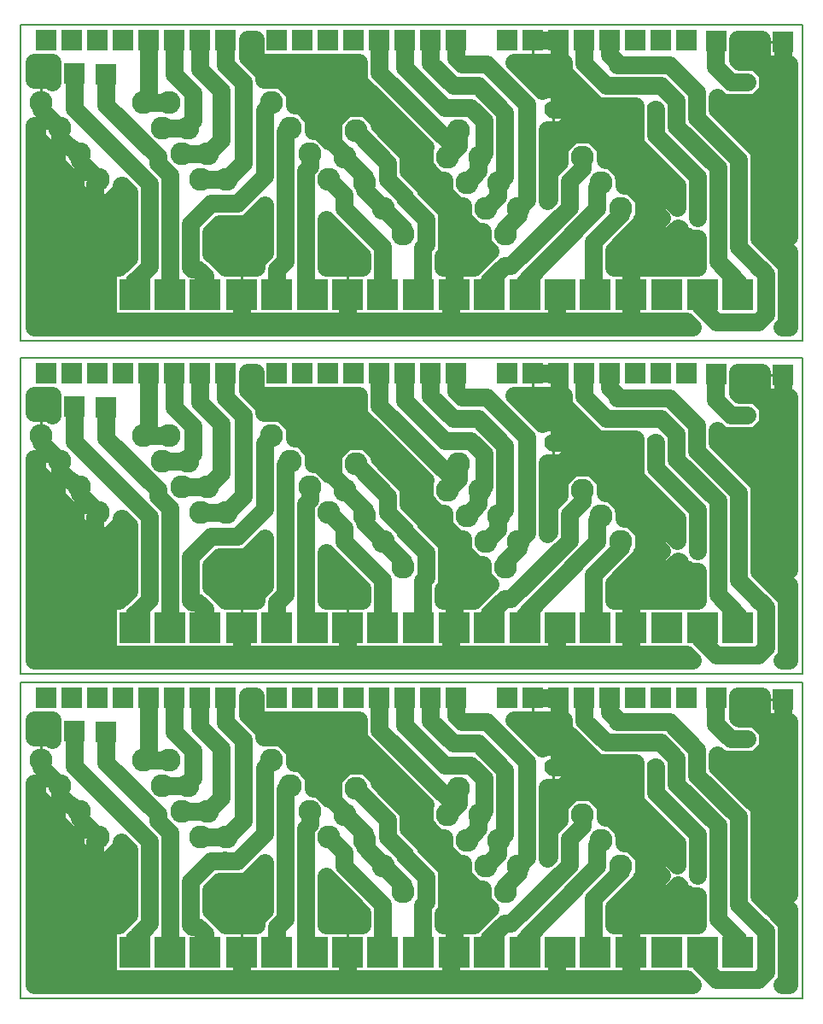
<source format=gbr>
G04 PROTEUS RS274X GERBER FILE*
%FSLAX26Y26*%
%MOIN*%
G01*
%ADD10C,0.070000*%
%ADD11C,0.030000*%
%ADD12C,0.010000*%
%ADD13R,0.080000X0.080000*%
%ADD14C,0.090000*%
%ADD15R,0.120000X0.120000*%
%ADD16R,0.050394X0.050394*%
%ADD17C,0.010000*%
%ADD18C,0.050394*%
%ADD19C,0.070000*%
%ADD70C,0.008000*%
%TD.AperFunction*%
G36*
X+50063Y+1015000D02*
X+112279Y+1015000D01*
X+120000Y+1007278D01*
X+120000Y+1083741D01*
X+50063Y+1083741D01*
X+50063Y+1015000D01*
G37*
G36*
X+2027169Y+977169D02*
X+2033100Y+971237D01*
X+2041863Y+980000D01*
X+2108137Y+980000D01*
X+2155000Y+933137D01*
X+2155000Y+866863D01*
X+2108137Y+820000D01*
X+2050600Y+820000D01*
X+2050600Y+543624D01*
X+2057556Y+550581D01*
X+2057556Y+653230D01*
X+2097500Y+693174D01*
X+2097500Y+749779D01*
X+2150221Y+802500D01*
X+2224779Y+802500D01*
X+2277500Y+749779D01*
X+2277500Y+702500D01*
X+2299779Y+702500D01*
X+2352500Y+649779D01*
X+2352500Y+602500D01*
X+2374779Y+602500D01*
X+2427500Y+549779D01*
X+2427500Y+475221D01*
X+2417499Y+465220D01*
X+2417499Y+457992D01*
X+2310685Y+351178D01*
X+2310685Y+282165D01*
X+2335453Y+282165D01*
X+2335453Y+312604D01*
X+2360349Y+337500D01*
X+2395557Y+337500D01*
X+2420453Y+312604D01*
X+2420453Y+282165D01*
X+2595494Y+282165D01*
X+2597419Y+284089D01*
X+2637806Y+284089D01*
X+2637806Y+395000D01*
X+2604658Y+395000D01*
X+2594855Y+404804D01*
X+2567599Y+404804D01*
X+2567599Y+432060D01*
X+2561966Y+437693D01*
X+2529076Y+404804D01*
X+2470924Y+404804D01*
X+2429804Y+445924D01*
X+2429804Y+504076D01*
X+2470924Y+545196D01*
X+2529076Y+545196D01*
X+2557796Y+516477D01*
X+2557796Y+603383D01*
X+2395000Y+766179D01*
X+2395000Y+914229D01*
X+2247635Y+914229D01*
X+2116851Y+1045013D01*
X+2116851Y+1083741D01*
X+1920596Y+1083741D01*
X+2027169Y+977169D01*
G37*
G36*
X+881850Y+1101365D02*
X+945000Y+1038215D01*
X+945000Y+1015000D01*
X+1012279Y+1015000D01*
X+1065000Y+962279D01*
X+1065000Y+915000D01*
X+1087279Y+915000D01*
X+1100528Y+901751D01*
X+1112129Y+898745D01*
X+1118884Y+883394D01*
X+1140000Y+862279D01*
X+1140000Y+815000D01*
X+1162279Y+815000D01*
X+1200000Y+777279D01*
X+1215000Y+792279D01*
X+1215000Y+852279D01*
X+1267721Y+905000D01*
X+1342279Y+905000D01*
X+1395000Y+852279D01*
X+1395000Y+838137D01*
X+1509167Y+723970D01*
X+1509167Y+658136D01*
X+1574158Y+593145D01*
X+1574158Y+585720D01*
X+1658486Y+501393D01*
X+1658486Y+339091D01*
X+1644454Y+325059D01*
X+1644454Y+282165D01*
X+1764028Y+282165D01*
X+1827292Y+345429D01*
X+1797500Y+375221D01*
X+1797500Y+422500D01*
X+1775221Y+422500D01*
X+1722500Y+475221D01*
X+1722500Y+522500D01*
X+1700221Y+522500D01*
X+1647500Y+575221D01*
X+1647500Y+622500D01*
X+1625221Y+622500D01*
X+1572500Y+675221D01*
X+1572500Y+749779D01*
X+1575265Y+752544D01*
X+1316851Y+1010958D01*
X+1316851Y+1083741D01*
X+911851Y+1083741D01*
X+911851Y+1174307D01*
X+881850Y+1174307D01*
X+881850Y+1101365D01*
G37*
G36*
X+50063Y+49000D02*
X+2618420Y+49000D01*
X+2595254Y+72166D01*
X+335945Y+72166D01*
X+335945Y+282165D01*
X+379973Y+282165D01*
X+418752Y+320944D01*
X+418752Y+575633D01*
X+398771Y+595614D01*
X+406724Y+587665D01*
X+391266Y+603128D01*
X+390000Y+604400D01*
X+390000Y+587721D01*
X+337279Y+535000D01*
X+262721Y+535000D01*
X+210000Y+587721D01*
X+210000Y+635000D01*
X+187721Y+635000D01*
X+135000Y+687721D01*
X+135000Y+735000D01*
X+112721Y+735000D01*
X+60000Y+787721D01*
X+60000Y+835000D01*
X+50063Y+835000D01*
X+50063Y+49000D01*
G37*
G36*
X+2796614Y+1092491D02*
X+2801605Y+1087500D01*
X+2865637Y+1087500D01*
X+2912500Y+1040637D01*
X+2912500Y+974363D01*
X+2865637Y+927500D01*
X+2735332Y+927500D01*
X+2715959Y+946873D01*
X+2715959Y+899340D01*
X+2877806Y+737493D01*
X+2877806Y+396226D01*
X+2918441Y+355590D01*
X+2920566Y+355590D01*
X+2938693Y+337464D01*
X+2985555Y+290601D01*
X+2985555Y+64780D01*
X+2969774Y+49000D01*
X+2996000Y+49000D01*
X+2996000Y+342780D01*
X+2983406Y+330185D01*
X+2948198Y+330185D01*
X+2923302Y+355081D01*
X+2923302Y+390289D01*
X+2948198Y+415185D01*
X+2983406Y+415185D01*
X+2996000Y+402591D01*
X+2996000Y+1076418D01*
X+2887441Y+1076418D01*
X+2887441Y+1174307D01*
X+2796614Y+1174307D01*
X+2796614Y+1092491D01*
G37*
G36*
X+897428Y+477440D02*
X+873996Y+454008D01*
X+773116Y+454008D01*
X+738749Y+419641D01*
X+738749Y+337739D01*
X+748014Y+328474D01*
X+794323Y+282165D01*
X+916063Y+282165D01*
X+916063Y+308137D01*
X+947163Y+339237D01*
X+947163Y+527175D01*
X+897428Y+477440D01*
G37*
G36*
X+1187161Y+282165D02*
X+1329449Y+282165D01*
X+1329449Y+328711D01*
X+1187161Y+470998D01*
X+1187161Y+282165D01*
G37*
G36*
X+50063Y+2281259D02*
X+112279Y+2281259D01*
X+120000Y+2273538D01*
X+120000Y+2350000D01*
X+50063Y+2350000D01*
X+50063Y+2281259D01*
G37*
G36*
X+2027169Y+2243428D02*
X+2033100Y+2237496D01*
X+2041863Y+2246259D01*
X+2108137Y+2246259D01*
X+2155000Y+2199396D01*
X+2155000Y+2133122D01*
X+2108137Y+2086260D01*
X+2050600Y+2086260D01*
X+2050600Y+1809884D01*
X+2057556Y+1816840D01*
X+2057556Y+1919489D01*
X+2097500Y+1959433D01*
X+2097500Y+2016039D01*
X+2150221Y+2068759D01*
X+2224779Y+2068759D01*
X+2277500Y+2016039D01*
X+2277500Y+1968759D01*
X+2299779Y+1968759D01*
X+2352500Y+1916039D01*
X+2352500Y+1868759D01*
X+2374779Y+1868759D01*
X+2427500Y+1816039D01*
X+2427500Y+1741480D01*
X+2417499Y+1731480D01*
X+2417499Y+1724252D01*
X+2310685Y+1617437D01*
X+2310685Y+1548424D01*
X+2335453Y+1548424D01*
X+2335453Y+1578863D01*
X+2360349Y+1603759D01*
X+2395557Y+1603759D01*
X+2420453Y+1578863D01*
X+2420453Y+1548424D01*
X+2595494Y+1548424D01*
X+2597419Y+1550349D01*
X+2637806Y+1550349D01*
X+2637806Y+1661260D01*
X+2604658Y+1661260D01*
X+2594855Y+1671063D01*
X+2567599Y+1671063D01*
X+2567599Y+1698319D01*
X+2561966Y+1703952D01*
X+2529076Y+1671063D01*
X+2470924Y+1671063D01*
X+2429804Y+1712183D01*
X+2429804Y+1770336D01*
X+2470924Y+1811456D01*
X+2529076Y+1811456D01*
X+2557796Y+1782737D01*
X+2557796Y+1869643D01*
X+2395000Y+2032438D01*
X+2395000Y+2180488D01*
X+2247635Y+2180488D01*
X+2116851Y+2311272D01*
X+2116851Y+2350000D01*
X+1920596Y+2350000D01*
X+2027169Y+2243428D01*
G37*
G36*
X+881850Y+2367624D02*
X+945000Y+2304475D01*
X+945000Y+2281259D01*
X+1012279Y+2281259D01*
X+1065000Y+2228539D01*
X+1065000Y+2181259D01*
X+1087279Y+2181259D01*
X+1100528Y+2168010D01*
X+1112129Y+2165004D01*
X+1118884Y+2149654D01*
X+1140000Y+2128539D01*
X+1140000Y+2081259D01*
X+1162279Y+2081259D01*
X+1200000Y+2043538D01*
X+1215000Y+2058539D01*
X+1215000Y+2118539D01*
X+1267721Y+2171259D01*
X+1342279Y+2171259D01*
X+1395000Y+2118539D01*
X+1395000Y+2104396D01*
X+1509167Y+1990230D01*
X+1509167Y+1924396D01*
X+1574158Y+1859404D01*
X+1574158Y+1851980D01*
X+1658486Y+1767652D01*
X+1658486Y+1605350D01*
X+1644454Y+1591318D01*
X+1644454Y+1548424D01*
X+1764028Y+1548424D01*
X+1827292Y+1611688D01*
X+1797500Y+1641480D01*
X+1797500Y+1688760D01*
X+1775221Y+1688760D01*
X+1722500Y+1741480D01*
X+1722500Y+1788760D01*
X+1700221Y+1788760D01*
X+1647500Y+1841480D01*
X+1647500Y+1888760D01*
X+1625221Y+1888760D01*
X+1572500Y+1941480D01*
X+1572500Y+2016039D01*
X+1575265Y+2018803D01*
X+1316851Y+2277217D01*
X+1316851Y+2350000D01*
X+911851Y+2350000D01*
X+911851Y+2440567D01*
X+881850Y+2440567D01*
X+881850Y+2367624D01*
G37*
G36*
X+50063Y+1315259D02*
X+2618420Y+1315259D01*
X+2595254Y+1338425D01*
X+335945Y+1338425D01*
X+335945Y+1548424D01*
X+379973Y+1548424D01*
X+418752Y+1587203D01*
X+418752Y+1841893D01*
X+398771Y+1861874D01*
X+406725Y+1853924D01*
X+391266Y+1869387D01*
X+390000Y+1870660D01*
X+390000Y+1853980D01*
X+337279Y+1801260D01*
X+262721Y+1801260D01*
X+210000Y+1853980D01*
X+210000Y+1901260D01*
X+187721Y+1901260D01*
X+135000Y+1953980D01*
X+135000Y+2001260D01*
X+112721Y+2001260D01*
X+60000Y+2053980D01*
X+60000Y+2101260D01*
X+50063Y+2101260D01*
X+50063Y+1315259D01*
G37*
G36*
X+2796614Y+2358750D02*
X+2801605Y+2353759D01*
X+2865637Y+2353759D01*
X+2912500Y+2306896D01*
X+2912500Y+2240622D01*
X+2865637Y+2193760D01*
X+2735332Y+2193760D01*
X+2715959Y+2213133D01*
X+2715959Y+2165599D01*
X+2877806Y+2003753D01*
X+2877806Y+1662485D01*
X+2918441Y+1621850D01*
X+2920566Y+1621850D01*
X+2938693Y+1603723D01*
X+2985555Y+1556861D01*
X+2985555Y+1331040D01*
X+2969774Y+1315259D01*
X+2996000Y+1315259D01*
X+2996000Y+1609039D01*
X+2983406Y+1596445D01*
X+2948198Y+1596445D01*
X+2923302Y+1621341D01*
X+2923302Y+1656549D01*
X+2948198Y+1681445D01*
X+2983406Y+1681445D01*
X+2996000Y+1668851D01*
X+2996000Y+2342677D01*
X+2887441Y+2342677D01*
X+2887441Y+2440567D01*
X+2796614Y+2440567D01*
X+2796614Y+2358750D01*
G37*
G36*
X+897428Y+1743699D02*
X+873996Y+1720268D01*
X+773116Y+1720268D01*
X+738749Y+1685901D01*
X+738749Y+1603998D01*
X+748014Y+1594734D01*
X+794323Y+1548424D01*
X+916063Y+1548424D01*
X+916063Y+1574396D01*
X+947163Y+1605496D01*
X+947163Y+1793435D01*
X+897428Y+1743699D01*
G37*
G36*
X+1187161Y+1548424D02*
X+1329449Y+1548424D01*
X+1329449Y+1594970D01*
X+1187161Y+1737258D01*
X+1187161Y+1548424D01*
G37*
G36*
X+50063Y+3581259D02*
X+112279Y+3581259D01*
X+120000Y+3573538D01*
X+120000Y+3650000D01*
X+50063Y+3650000D01*
X+50063Y+3581259D01*
G37*
G36*
X+2027169Y+3543428D02*
X+2033100Y+3537496D01*
X+2041863Y+3546259D01*
X+2108137Y+3546259D01*
X+2155000Y+3499396D01*
X+2155000Y+3433122D01*
X+2108137Y+3386260D01*
X+2050600Y+3386260D01*
X+2050600Y+3109884D01*
X+2057556Y+3116840D01*
X+2057556Y+3219489D01*
X+2097500Y+3259433D01*
X+2097500Y+3316039D01*
X+2150221Y+3368759D01*
X+2224779Y+3368759D01*
X+2277500Y+3316039D01*
X+2277500Y+3268759D01*
X+2299779Y+3268759D01*
X+2352500Y+3216039D01*
X+2352500Y+3168759D01*
X+2374779Y+3168759D01*
X+2427500Y+3116039D01*
X+2427500Y+3041480D01*
X+2417499Y+3031480D01*
X+2417499Y+3024252D01*
X+2310685Y+2917437D01*
X+2310685Y+2848424D01*
X+2335453Y+2848424D01*
X+2335453Y+2878863D01*
X+2360349Y+2903759D01*
X+2395557Y+2903759D01*
X+2420453Y+2878863D01*
X+2420453Y+2848424D01*
X+2595494Y+2848424D01*
X+2597419Y+2850349D01*
X+2637806Y+2850349D01*
X+2637806Y+2961260D01*
X+2604658Y+2961260D01*
X+2594855Y+2971063D01*
X+2567599Y+2971063D01*
X+2567599Y+2998319D01*
X+2561966Y+3003952D01*
X+2529076Y+2971063D01*
X+2470924Y+2971063D01*
X+2429804Y+3012183D01*
X+2429804Y+3070336D01*
X+2470924Y+3111456D01*
X+2529076Y+3111456D01*
X+2557796Y+3082737D01*
X+2557796Y+3169643D01*
X+2395000Y+3332438D01*
X+2395000Y+3480488D01*
X+2247635Y+3480488D01*
X+2116851Y+3611272D01*
X+2116851Y+3650000D01*
X+1920596Y+3650000D01*
X+2027169Y+3543428D01*
G37*
G36*
X+881850Y+3667624D02*
X+945000Y+3604475D01*
X+945000Y+3581259D01*
X+1012279Y+3581259D01*
X+1065000Y+3528539D01*
X+1065000Y+3481259D01*
X+1087279Y+3481259D01*
X+1100528Y+3468010D01*
X+1112129Y+3465004D01*
X+1118884Y+3449654D01*
X+1140000Y+3428539D01*
X+1140000Y+3381259D01*
X+1162279Y+3381259D01*
X+1200000Y+3343538D01*
X+1215000Y+3358539D01*
X+1215000Y+3418539D01*
X+1267721Y+3471259D01*
X+1342279Y+3471259D01*
X+1395000Y+3418539D01*
X+1395000Y+3404396D01*
X+1509167Y+3290230D01*
X+1509167Y+3224396D01*
X+1574158Y+3159404D01*
X+1574158Y+3151980D01*
X+1658486Y+3067652D01*
X+1658486Y+2905350D01*
X+1644454Y+2891318D01*
X+1644454Y+2848424D01*
X+1764028Y+2848424D01*
X+1827292Y+2911688D01*
X+1797500Y+2941480D01*
X+1797500Y+2988760D01*
X+1775221Y+2988760D01*
X+1722500Y+3041480D01*
X+1722500Y+3088760D01*
X+1700221Y+3088760D01*
X+1647500Y+3141480D01*
X+1647500Y+3188760D01*
X+1625221Y+3188760D01*
X+1572500Y+3241480D01*
X+1572500Y+3316039D01*
X+1575265Y+3318803D01*
X+1316851Y+3577217D01*
X+1316851Y+3650000D01*
X+911851Y+3650000D01*
X+911851Y+3740567D01*
X+881850Y+3740567D01*
X+881850Y+3667624D01*
G37*
G36*
X+50063Y+2615259D02*
X+2618420Y+2615259D01*
X+2595254Y+2638425D01*
X+335945Y+2638425D01*
X+335945Y+2848424D01*
X+379973Y+2848424D01*
X+418752Y+2887203D01*
X+418752Y+3141893D01*
X+398771Y+3161874D01*
X+406725Y+3153924D01*
X+391266Y+3169387D01*
X+390000Y+3170660D01*
X+390000Y+3153980D01*
X+337279Y+3101260D01*
X+262721Y+3101260D01*
X+210000Y+3153980D01*
X+210000Y+3201260D01*
X+187721Y+3201260D01*
X+135000Y+3253980D01*
X+135000Y+3301260D01*
X+112721Y+3301260D01*
X+60000Y+3353980D01*
X+60000Y+3401260D01*
X+50063Y+3401260D01*
X+50063Y+2615259D01*
G37*
G36*
X+2796614Y+3658750D02*
X+2801605Y+3653759D01*
X+2865637Y+3653759D01*
X+2912500Y+3606896D01*
X+2912500Y+3540622D01*
X+2865637Y+3493760D01*
X+2735332Y+3493760D01*
X+2715959Y+3513133D01*
X+2715959Y+3465599D01*
X+2877806Y+3303753D01*
X+2877806Y+2962485D01*
X+2918441Y+2921850D01*
X+2920566Y+2921850D01*
X+2938693Y+2903723D01*
X+2985555Y+2856861D01*
X+2985555Y+2631040D01*
X+2969774Y+2615259D01*
X+2996000Y+2615259D01*
X+2996000Y+2909039D01*
X+2983406Y+2896445D01*
X+2948198Y+2896445D01*
X+2923302Y+2921341D01*
X+2923302Y+2956549D01*
X+2948198Y+2981445D01*
X+2983406Y+2981445D01*
X+2996000Y+2968851D01*
X+2996000Y+3642677D01*
X+2887441Y+3642677D01*
X+2887441Y+3740567D01*
X+2796614Y+3740567D01*
X+2796614Y+3658750D01*
G37*
G36*
X+897428Y+3043699D02*
X+873996Y+3020268D01*
X+773116Y+3020268D01*
X+738749Y+2985901D01*
X+738749Y+2903998D01*
X+748014Y+2894734D01*
X+794323Y+2848424D01*
X+916063Y+2848424D01*
X+916063Y+2874396D01*
X+947163Y+2905496D01*
X+947163Y+3093435D01*
X+897428Y+3043699D01*
G37*
G36*
X+1187161Y+2848424D02*
X+1329449Y+2848424D01*
X+1329449Y+2894970D01*
X+1187161Y+3037258D01*
X+1187161Y+2848424D01*
G37*
D10*
X+1887500Y+412500D02*
X+1887500Y+437293D01*
X+1937500Y+487293D01*
X+1937500Y+512500D01*
X+1812500Y+512500D02*
X+1858074Y+558074D01*
X+1858074Y+608074D01*
X+1862500Y+612500D01*
X+1737500Y+612500D02*
X+1783540Y+658540D01*
X+1783540Y+708540D01*
X+1787500Y+712500D01*
X+1262500Y+712500D02*
X+1337500Y+637500D01*
X+1337500Y+612500D01*
X+1337500Y+587500D01*
X+1412500Y+512500D01*
X+1487500Y+437500D01*
X+1487500Y+412500D01*
X+2337500Y+512500D02*
X+2337500Y+491129D01*
X+2230685Y+384315D01*
X+2230685Y+167068D01*
X+2234579Y+163174D01*
X+2240157Y+177165D01*
X+1125000Y+725000D02*
X+1125000Y+676923D01*
X+1107162Y+659085D01*
X+1107162Y+203862D01*
X+1133858Y+177165D01*
X+75000Y+925000D02*
X+75000Y+900000D01*
X+150000Y+825000D01*
X+150000Y+790000D01*
X+180000Y+760000D01*
X+225000Y+725000D01*
X+225000Y+700000D01*
X+300000Y+625000D01*
X+996063Y+275000D02*
X+996063Y+177165D01*
X+1050000Y+825000D02*
X+1034018Y+809018D01*
X+996063Y+275000D02*
X+1027163Y+306100D01*
X+1027163Y+480000D01*
X+1027163Y+812163D01*
X+1047778Y+832778D01*
X+1050000Y+825000D01*
X+596850Y+1168740D02*
X+596850Y+1060000D01*
X+575000Y+925000D02*
X+495000Y+925000D01*
X+485000Y+935000D01*
X+475000Y+925000D01*
X+496850Y+1168740D02*
X+496850Y+946850D01*
X+485000Y+935000D01*
X+650000Y+825000D02*
X+550000Y+825000D01*
X+725000Y+725000D02*
X+619444Y+725000D01*
X+615833Y+728611D01*
X+625000Y+725000D01*
X+800000Y+625000D02*
X+700000Y+625000D01*
X+2377953Y+177165D02*
X+2377953Y+51047D01*
X+2380000Y+49000D01*
X+2090000Y+49000D02*
X+2090000Y+164803D01*
X+2102362Y+177165D01*
X+2090000Y+49000D02*
X+2380000Y+49000D01*
X+1675000Y+49000D02*
X+1675000Y+163189D01*
X+1688976Y+177165D01*
X+1675000Y+49000D02*
X+2090000Y+49000D01*
X+1688976Y+177165D02*
X+1694306Y+182494D01*
X+1694306Y+186250D01*
X+1271654Y+177165D02*
X+1271654Y+65653D01*
X+1255000Y+49000D01*
X+1675000Y+49000D01*
X+850000Y+49000D02*
X+298223Y+49000D01*
X+283889Y+63333D01*
X+283889Y+608889D01*
X+300000Y+625000D01*
X+858268Y+177165D02*
X+858268Y+57267D01*
X+850000Y+49000D01*
X+1255000Y+49000D01*
X+1578487Y+405000D02*
X+1578487Y+468256D01*
X+1494204Y+552538D01*
X+1494158Y+552584D01*
X+1494158Y+560008D01*
X+1429167Y+625000D01*
X+1429167Y+690833D01*
X+1317500Y+802500D01*
X+1305000Y+815000D02*
X+1317500Y+802500D01*
X+1578487Y+405000D02*
X+1578487Y+372227D01*
X+1564455Y+358195D01*
X+1564455Y+237165D01*
X+1547244Y+177165D01*
X+1584060Y+665940D02*
X+1584060Y+577050D01*
X+1688976Y+472134D01*
X+1688976Y+177165D01*
X+1262500Y+712500D02*
X+1262500Y+722222D01*
X+1210000Y+774722D01*
X+1210000Y+853055D01*
X+1263568Y+906623D01*
X+1343377Y+906623D01*
X+1584060Y+665940D01*
X+1583931Y+665811D01*
X+1583931Y+652180D01*
X+2096850Y+1168740D02*
X+1996850Y+1168740D01*
X+2652323Y+182323D02*
X+2657480Y+177165D01*
X+2652323Y+182323D02*
X+2630556Y+204090D01*
X+2100000Y+1025000D02*
X+2100000Y+1165591D01*
X+2096850Y+1168740D01*
X+2075000Y+900000D02*
X+2100000Y+900000D01*
X+2117009Y+917009D01*
X+2500000Y+475000D02*
X+2425000Y+550000D01*
X+2425000Y+562428D01*
X+2349987Y+637441D01*
X+2349987Y+653687D01*
X+2280592Y+723083D01*
X+2280592Y+753427D01*
X+2117009Y+917009D01*
X+2100000Y+934019D01*
X+2100000Y+1025000D01*
X+2549657Y+724657D02*
X+2475000Y+799315D01*
X+2475000Y+900000D01*
X+2549657Y+724657D02*
X+2637795Y+636520D01*
X+2637795Y+475000D01*
X+330000Y+1035000D02*
X+330000Y+916301D01*
X+531522Y+714779D01*
X+531522Y+689130D01*
X+578740Y+641911D01*
X+578740Y+177165D01*
X+1705000Y+755630D02*
X+1705000Y+755000D01*
X+1662500Y+712500D01*
X+1705000Y+815000D02*
X+1705000Y+755630D01*
X+1396850Y+1168740D02*
X+1396850Y+1044094D01*
X+1685315Y+755630D01*
X+1705000Y+755630D01*
X+1496850Y+1168740D02*
X+1496850Y+1062204D01*
X+1652222Y+906833D01*
X+1752484Y+906833D01*
X+1804244Y+855072D01*
X+1804244Y+729244D01*
X+1787500Y+712500D01*
X+1596850Y+1168740D02*
X+1596850Y+1080315D01*
X+1685447Y+991719D01*
X+1780710Y+991719D01*
X+1884989Y+887439D01*
X+1884989Y+634989D01*
X+1862500Y+612500D01*
X+1696850Y+1168740D02*
X+1696850Y+1098425D01*
X+1720276Y+1075000D01*
X+1816201Y+1075000D01*
X+1970600Y+920600D01*
X+1970600Y+545600D01*
X+1937500Y+512500D01*
X+596850Y+1060000D02*
X+596850Y+1041191D01*
X+596850Y+1037008D01*
X+670000Y+963858D01*
X+670000Y+855000D01*
X+643611Y+828611D01*
X+650000Y+825000D01*
X+725000Y+725000D02*
X+780000Y+780000D01*
X+780000Y+971969D01*
X+696850Y+1055118D01*
X+696850Y+1168740D01*
X+796850Y+1168740D02*
X+796850Y+1073228D01*
X+865000Y+1005079D01*
X+865000Y+690000D01*
X+800000Y+625000D01*
X+2440945Y+994228D02*
X+2495370Y+994228D01*
X+2555964Y+933635D01*
X+2555964Y+835008D01*
X+2554993Y+834038D01*
X+2717806Y+671226D01*
X+2717806Y+551181D01*
X+2717806Y+305027D01*
X+2795276Y+227557D01*
X+2795276Y+177165D01*
X+2196850Y+1168740D02*
X+2196850Y+1078150D01*
X+2280772Y+994228D01*
X+2440945Y+994228D01*
X+2875240Y+285655D02*
X+2885304Y+275591D01*
X+2905556Y+255339D01*
X+2905556Y+157480D01*
X+2905556Y+137795D01*
X+2905556Y+255339D02*
X+2905556Y+257464D01*
X+2905556Y+137795D02*
X+2905556Y+97917D01*
X+2876389Y+68750D01*
X+2711806Y+68750D01*
X+2652323Y+128233D01*
X+2652323Y+182323D01*
X+2905556Y+257464D02*
X+2887429Y+275591D01*
X+2885304Y+275591D01*
X+2884036Y+275591D01*
X+2875240Y+284387D01*
X+2875240Y+285655D01*
X+2832500Y+1007500D02*
X+2768469Y+1007500D01*
X+2710046Y+1065922D01*
X+2710046Y+1166070D01*
X+2711614Y+1167638D01*
X+2335000Y+1074220D02*
X+2296850Y+1112370D01*
X+2296850Y+1168740D01*
X+2875240Y+285655D02*
X+2797806Y+363089D01*
X+2797806Y+704357D01*
X+2635959Y+866203D01*
X+2635959Y+966761D01*
X+2528500Y+1074220D01*
X+2335000Y+1074220D01*
X+2325780Y+1074220D01*
X+2965802Y+372685D02*
X+2972441Y+379324D01*
X+2972441Y+435000D01*
X+2377953Y+177165D02*
X+2377953Y+295000D01*
X+2377953Y+352953D01*
X+2500000Y+475000D01*
X+2972441Y+1161417D02*
X+2972441Y+435000D01*
X+2972441Y+379324D02*
X+2972441Y+313545D01*
X+2990000Y+295986D01*
X+2179115Y+445885D02*
X+2148642Y+415412D01*
X+2148642Y+415411D01*
X+1964567Y+227243D02*
X+1964567Y+205000D01*
X+1964567Y+177165D02*
X+1964567Y+205000D01*
X+2148642Y+415411D02*
X+2148642Y+415412D01*
X+2179115Y+445885D01*
X+2245000Y+511770D01*
X+2245000Y+595000D01*
X+2262500Y+612500D01*
X+2187500Y+700000D02*
X+2187500Y+670037D01*
X+2187500Y+670037D01*
X+2137556Y+620093D01*
X+2137556Y+517444D01*
X+1910112Y+290000D01*
X+1885000Y+290000D01*
X+1826772Y+231772D01*
X+1826111Y+231111D01*
X+1826111Y+164259D01*
X+2187500Y+712500D02*
X+2187500Y+700000D01*
X+2187500Y+670037D01*
X+2187500Y+670037D01*
X+1826772Y+231772D02*
X+1826772Y+177165D01*
X+2016162Y+278838D02*
X+2022496Y+285172D01*
X+2148642Y+411318D01*
X+2160425Y+423102D01*
X+2160425Y+427174D01*
X+2165051Y+431800D01*
X+2148642Y+415411D02*
X+2148642Y+411318D01*
X+2016162Y+278838D02*
X+1964567Y+227243D01*
X+947181Y+740000D02*
X+947181Y+640330D01*
X+975000Y+925000D02*
X+947181Y+897181D01*
X+947181Y+740000D01*
X+716535Y+177165D02*
X+716535Y+246816D01*
X+714877Y+248475D01*
X+686500Y+276852D01*
X+665738Y+276852D01*
X+658749Y+283841D01*
X+658749Y+452778D01*
X+739979Y+534008D01*
X+793359Y+534008D01*
X+793800Y+534008D01*
X+821358Y+534008D01*
X+947181Y+640330D02*
X+840859Y+534008D01*
X+821358Y+534008D01*
X+793800Y+534008D02*
X+793580Y+534228D01*
X+793359Y+534008D01*
X+714877Y+248475D02*
X+714877Y+178824D01*
X+716535Y+177165D01*
X+1200000Y+625000D02*
X+1258086Y+566914D01*
X+1258086Y+513210D01*
X+1409449Y+361847D01*
X+1409449Y+348483D01*
X+1409449Y+318519D01*
X+1409449Y+177165D01*
X+401304Y+706304D02*
X+440945Y+666619D01*
X+205000Y+1040000D02*
X+205000Y+902608D01*
X+401304Y+706304D01*
X+440945Y+666663D01*
X+440945Y+666619D01*
X+471266Y+636265D02*
X+471277Y+636253D01*
X+498752Y+608778D01*
X+498752Y+474383D01*
X+498752Y+287807D01*
X+440945Y+230000D01*
X+440000Y+229055D01*
X+440000Y+170000D01*
X+440945Y+230000D02*
X+440945Y+177165D01*
X+440945Y+666619D02*
X+471266Y+636265D01*
X+471277Y+636253D02*
X+478771Y+628751D01*
X+1887500Y+1678759D02*
X+1887500Y+1703553D01*
X+1937500Y+1753553D01*
X+1937500Y+1778759D01*
X+1812500Y+1778759D02*
X+1858074Y+1824334D01*
X+1858074Y+1874334D01*
X+1862500Y+1878759D01*
X+1737500Y+1878759D02*
X+1783540Y+1924800D01*
X+1783540Y+1974800D01*
X+1787500Y+1978759D01*
X+1262500Y+1978759D02*
X+1337500Y+1903759D01*
X+1337500Y+1878759D01*
X+1337500Y+1853759D01*
X+1412500Y+1778759D01*
X+1487500Y+1703759D01*
X+1487500Y+1678759D01*
X+2337500Y+1778759D02*
X+2337500Y+1757389D01*
X+2230685Y+1650574D01*
X+2230685Y+1433328D01*
X+2234579Y+1429434D01*
X+2240157Y+1443425D01*
X+1125000Y+1991259D02*
X+1125000Y+1943182D01*
X+1107162Y+1925344D01*
X+1107162Y+1470121D01*
X+1133858Y+1443425D01*
X+75000Y+2191259D02*
X+75000Y+2166259D01*
X+150000Y+2091259D01*
X+150000Y+2056259D01*
X+180000Y+2026259D01*
X+225000Y+1991259D01*
X+225000Y+1966259D01*
X+300000Y+1891259D01*
X+996063Y+1541259D02*
X+996063Y+1443425D01*
X+1050000Y+2091259D02*
X+1034018Y+2075278D01*
X+996063Y+1541259D02*
X+1027163Y+1572359D01*
X+1027163Y+1746259D01*
X+1027163Y+2078422D01*
X+1047778Y+2099037D01*
X+1050000Y+2091259D01*
X+596850Y+2435000D02*
X+596850Y+2326259D01*
X+575000Y+2191259D02*
X+495000Y+2191259D01*
X+485000Y+2201259D01*
X+475000Y+2191259D01*
X+496850Y+2435000D02*
X+496850Y+2213110D01*
X+485000Y+2201259D01*
X+650000Y+2091259D02*
X+550000Y+2091259D01*
X+725000Y+1991259D02*
X+619444Y+1991259D01*
X+615833Y+1994870D01*
X+625000Y+1991259D01*
X+800000Y+1891259D02*
X+700000Y+1891259D01*
X+2377953Y+1443425D02*
X+2377953Y+1317306D01*
X+2380000Y+1315259D01*
X+2090000Y+1315259D02*
X+2090000Y+1431063D01*
X+2102362Y+1443425D01*
X+2090000Y+1315259D02*
X+2380000Y+1315259D01*
X+1675000Y+1315259D02*
X+1675000Y+1429448D01*
X+1688976Y+1443425D01*
X+1675000Y+1315259D02*
X+2090000Y+1315259D01*
X+1688976Y+1443425D02*
X+1694306Y+1448754D01*
X+1694306Y+1452509D01*
X+1271654Y+1443425D02*
X+1271654Y+1331913D01*
X+1255000Y+1315259D01*
X+1675000Y+1315259D01*
X+850000Y+1315259D02*
X+298223Y+1315259D01*
X+283889Y+1329593D01*
X+283889Y+1875148D01*
X+300000Y+1891259D01*
X+858268Y+1443425D02*
X+858268Y+1323527D01*
X+850000Y+1315259D01*
X+1255000Y+1315259D01*
X+1578487Y+1671259D02*
X+1578487Y+1734515D01*
X+1494204Y+1818797D01*
X+1494158Y+1818843D01*
X+1494158Y+1826268D01*
X+1429167Y+1891259D01*
X+1429167Y+1957093D01*
X+1317500Y+2068759D01*
X+1305000Y+2081259D02*
X+1317500Y+2068759D01*
X+1578487Y+1671259D02*
X+1578487Y+1638487D01*
X+1564455Y+1624455D01*
X+1564455Y+1503425D01*
X+1547244Y+1443425D01*
X+1584060Y+1932199D02*
X+1584060Y+1843310D01*
X+1688976Y+1738394D01*
X+1688976Y+1443425D01*
X+1262500Y+1978759D02*
X+1262500Y+1988481D01*
X+1210000Y+2040981D01*
X+1210000Y+2119315D01*
X+1263568Y+2172883D01*
X+1343377Y+2172883D01*
X+1584060Y+1932199D01*
X+1583931Y+1932070D01*
X+1583931Y+1918439D01*
X+2096850Y+2435000D02*
X+1996850Y+2435000D01*
X+2652323Y+1448582D02*
X+2657480Y+1443425D01*
X+2652323Y+1448582D02*
X+2630556Y+1470350D01*
X+2100000Y+2291259D02*
X+2100000Y+2431850D01*
X+2096850Y+2435000D01*
X+2075000Y+2166259D02*
X+2100000Y+2166259D01*
X+2117009Y+2183269D01*
X+2500000Y+1741259D02*
X+2425000Y+1816259D01*
X+2425000Y+1828688D01*
X+2349987Y+1903700D01*
X+2349987Y+1919947D01*
X+2280592Y+1989343D01*
X+2280592Y+2019687D01*
X+2117009Y+2183269D01*
X+2100000Y+2200278D01*
X+2100000Y+2291259D01*
X+2549657Y+1990917D02*
X+2475000Y+2065575D01*
X+2475000Y+2166259D01*
X+2549657Y+1990917D02*
X+2637795Y+1902779D01*
X+2637795Y+1741259D01*
X+330000Y+2301259D02*
X+330000Y+2182560D01*
X+531522Y+1981039D01*
X+531522Y+1955389D01*
X+578740Y+1908171D01*
X+578740Y+1443425D01*
X+1705000Y+2021889D02*
X+1705000Y+2021259D01*
X+1662500Y+1978759D01*
X+1705000Y+2081259D02*
X+1705000Y+2021889D01*
X+1396850Y+2435000D02*
X+1396850Y+2310354D01*
X+1685315Y+2021889D01*
X+1705000Y+2021889D01*
X+1496850Y+2435000D02*
X+1496850Y+2328464D01*
X+1652222Y+2173092D01*
X+1752484Y+2173092D01*
X+1804244Y+2121332D01*
X+1804244Y+1995504D01*
X+1787500Y+1978759D01*
X+1596850Y+2435000D02*
X+1596850Y+2346574D01*
X+1685447Y+2257978D01*
X+1780710Y+2257978D01*
X+1884989Y+2153698D01*
X+1884989Y+1901249D01*
X+1862500Y+1878759D01*
X+1696850Y+2435000D02*
X+1696850Y+2364685D01*
X+1720276Y+2341259D01*
X+1816201Y+2341259D01*
X+1970600Y+2186860D01*
X+1970600Y+1811860D01*
X+1937500Y+1778759D01*
X+596850Y+2326259D02*
X+596850Y+2307450D01*
X+596850Y+2303267D01*
X+670000Y+2230118D01*
X+670000Y+2121259D01*
X+643611Y+2094870D01*
X+650000Y+2091259D01*
X+725000Y+1991259D02*
X+780000Y+2046259D01*
X+780000Y+2238228D01*
X+696850Y+2321378D01*
X+696850Y+2435000D01*
X+796850Y+2435000D02*
X+796850Y+2339488D01*
X+865000Y+2271338D01*
X+865000Y+1956259D01*
X+800000Y+1891259D01*
X+2440945Y+2260488D02*
X+2495370Y+2260488D01*
X+2555964Y+2199894D01*
X+2555964Y+2101268D01*
X+2554993Y+2100297D01*
X+2717806Y+1937485D01*
X+2717806Y+1817441D01*
X+2717806Y+1571286D01*
X+2795276Y+1493816D01*
X+2795276Y+1443425D01*
X+2196850Y+2435000D02*
X+2196850Y+2344409D01*
X+2280772Y+2260488D01*
X+2440945Y+2260488D01*
X+2875240Y+1551915D02*
X+2885304Y+1541850D01*
X+2905556Y+1521599D01*
X+2905556Y+1423740D01*
X+2905556Y+1404055D01*
X+2905556Y+1521599D02*
X+2905556Y+1523724D01*
X+2905556Y+1404055D02*
X+2905556Y+1364176D01*
X+2876389Y+1335009D01*
X+2711806Y+1335009D01*
X+2652323Y+1394492D01*
X+2652323Y+1448582D01*
X+2905556Y+1523724D02*
X+2887429Y+1541850D01*
X+2885304Y+1541850D01*
X+2884036Y+1541850D01*
X+2875240Y+1550646D01*
X+2875240Y+1551915D01*
X+2832500Y+2273759D02*
X+2768469Y+2273759D01*
X+2710046Y+2332181D01*
X+2710046Y+2432330D01*
X+2711614Y+2433897D01*
X+2335000Y+2340480D02*
X+2296850Y+2378630D01*
X+2296850Y+2435000D01*
X+2875240Y+1551915D02*
X+2797806Y+1629348D01*
X+2797806Y+1970616D01*
X+2635959Y+2132463D01*
X+2635959Y+2233021D01*
X+2528500Y+2340480D01*
X+2335000Y+2340480D01*
X+2325780Y+2340480D01*
X+2965802Y+1638945D02*
X+2972441Y+1645583D01*
X+2972441Y+1701259D01*
X+2377953Y+1443425D02*
X+2377953Y+1561259D01*
X+2377953Y+1619212D01*
X+2500000Y+1741259D01*
X+2972441Y+2427677D02*
X+2972441Y+1701259D01*
X+2972441Y+1645583D02*
X+2972441Y+1579804D01*
X+2990000Y+1562245D01*
X+2179115Y+1712144D02*
X+2148642Y+1681671D01*
X+2148642Y+1681671D01*
X+1964567Y+1493503D02*
X+1964567Y+1471259D01*
X+1964567Y+1443425D02*
X+1964567Y+1471259D01*
X+2148642Y+1681671D02*
X+2148642Y+1681671D01*
X+2179115Y+1712144D01*
X+2245000Y+1778029D01*
X+2245000Y+1861259D01*
X+2262500Y+1878759D01*
X+2187500Y+1966259D02*
X+2187500Y+1936297D01*
X+2187500Y+1936296D01*
X+2137556Y+1886352D01*
X+2137556Y+1783704D01*
X+1910112Y+1556259D01*
X+1885000Y+1556259D01*
X+1826772Y+1498031D01*
X+1826111Y+1497371D01*
X+1826111Y+1430519D01*
X+2187500Y+1978759D02*
X+2187500Y+1966259D01*
X+2187500Y+1936296D01*
X+2187500Y+1936297D01*
X+1826772Y+1498031D02*
X+1826772Y+1443425D01*
X+2016162Y+1545098D02*
X+2022496Y+1551431D01*
X+2148642Y+1677578D01*
X+2160425Y+1689361D01*
X+2160425Y+1693433D01*
X+2165051Y+1698059D01*
X+2148642Y+1681671D02*
X+2148642Y+1677578D01*
X+2016162Y+1545098D02*
X+1964567Y+1493503D01*
X+947181Y+2006259D02*
X+947181Y+1906589D01*
X+975000Y+2191259D02*
X+947181Y+2163441D01*
X+947181Y+2006259D01*
X+716535Y+1443425D02*
X+716535Y+1513076D01*
X+714877Y+1514734D01*
X+686500Y+1543111D01*
X+665738Y+1543111D01*
X+658749Y+1550100D01*
X+658749Y+1719037D01*
X+739979Y+1800267D01*
X+793359Y+1800267D01*
X+793800Y+1800267D01*
X+821358Y+1800267D01*
X+947181Y+1906589D02*
X+840859Y+1800267D01*
X+821358Y+1800267D01*
X+793800Y+1800267D02*
X+793580Y+1800488D01*
X+793359Y+1800267D01*
X+714877Y+1514734D02*
X+714877Y+1445083D01*
X+716535Y+1443425D01*
X+1200000Y+1891259D02*
X+1258086Y+1833173D01*
X+1258086Y+1779469D01*
X+1409449Y+1628107D01*
X+1409449Y+1614742D01*
X+1409449Y+1584778D01*
X+1409449Y+1443425D01*
X+401304Y+1972563D02*
X+440945Y+1932878D01*
X+205000Y+2306259D02*
X+205000Y+2168868D01*
X+401304Y+1972563D01*
X+440945Y+1932923D01*
X+440945Y+1932878D01*
X+471266Y+1902524D02*
X+471277Y+1902513D01*
X+498752Y+1875038D01*
X+498752Y+1740643D01*
X+498752Y+1554067D01*
X+440945Y+1496259D01*
X+440000Y+1495315D01*
X+440000Y+1436259D01*
X+440945Y+1496259D02*
X+440945Y+1443425D01*
X+440945Y+1932878D02*
X+471266Y+1902524D01*
X+471277Y+1902513D02*
X+478771Y+1895011D01*
X+1887500Y+2978759D02*
X+1887500Y+3003553D01*
X+1937500Y+3053553D01*
X+1937500Y+3078759D01*
X+1812500Y+3078759D02*
X+1858074Y+3124334D01*
X+1858074Y+3174334D01*
X+1862500Y+3178759D01*
X+1737500Y+3178759D02*
X+1783540Y+3224800D01*
X+1783540Y+3274800D01*
X+1787500Y+3278759D01*
X+1262500Y+3278759D02*
X+1337500Y+3203759D01*
X+1337500Y+3178759D01*
X+1337500Y+3153759D01*
X+1412500Y+3078759D01*
X+1487500Y+3003759D01*
X+1487500Y+2978759D01*
X+2337500Y+3078759D02*
X+2337500Y+3057389D01*
X+2230685Y+2950574D01*
X+2230685Y+2733328D01*
X+2234579Y+2729434D01*
X+2240157Y+2743425D01*
X+1125000Y+3291259D02*
X+1125000Y+3243182D01*
X+1107162Y+3225344D01*
X+1107162Y+2770121D01*
X+1133858Y+2743425D01*
X+75000Y+3491259D02*
X+75000Y+3466259D01*
X+150000Y+3391259D01*
X+150000Y+3356259D01*
X+180000Y+3326259D01*
X+225000Y+3291259D01*
X+225000Y+3266259D01*
X+300000Y+3191259D01*
X+996063Y+2841259D02*
X+996063Y+2743425D01*
X+1050000Y+3391259D02*
X+1034018Y+3375278D01*
X+996063Y+2841259D02*
X+1027163Y+2872359D01*
X+1027163Y+3046259D01*
X+1027163Y+3378422D01*
X+1047778Y+3399037D01*
X+1050000Y+3391259D01*
X+596850Y+3735000D02*
X+596850Y+3626259D01*
X+575000Y+3491259D02*
X+495000Y+3491259D01*
X+485000Y+3501259D01*
X+475000Y+3491259D01*
X+496850Y+3735000D02*
X+496850Y+3513110D01*
X+485000Y+3501259D01*
X+650000Y+3391259D02*
X+550000Y+3391259D01*
X+725000Y+3291259D02*
X+619444Y+3291259D01*
X+615833Y+3294870D01*
X+625000Y+3291259D01*
X+800000Y+3191259D02*
X+700000Y+3191259D01*
X+2377953Y+2743425D02*
X+2377953Y+2617306D01*
X+2380000Y+2615259D01*
X+2090000Y+2615259D02*
X+2090000Y+2731063D01*
X+2102362Y+2743425D01*
X+2090000Y+2615259D02*
X+2380000Y+2615259D01*
X+1675000Y+2615259D02*
X+1675000Y+2729448D01*
X+1688976Y+2743425D01*
X+1675000Y+2615259D02*
X+2090000Y+2615259D01*
X+1688976Y+2743425D02*
X+1694306Y+2748754D01*
X+1694306Y+2752509D01*
X+1271654Y+2743425D02*
X+1271654Y+2631913D01*
X+1255000Y+2615259D01*
X+1675000Y+2615259D01*
X+850000Y+2615259D02*
X+298223Y+2615259D01*
X+283889Y+2629593D01*
X+283889Y+3175148D01*
X+300000Y+3191259D01*
X+858268Y+2743425D02*
X+858268Y+2623527D01*
X+850000Y+2615259D01*
X+1255000Y+2615259D01*
X+1578487Y+2971259D02*
X+1578487Y+3034515D01*
X+1494204Y+3118797D01*
X+1494158Y+3118843D01*
X+1494158Y+3126268D01*
X+1429167Y+3191259D01*
X+1429167Y+3257093D01*
X+1317500Y+3368759D01*
X+1305000Y+3381259D02*
X+1317500Y+3368759D01*
X+1578487Y+2971259D02*
X+1578487Y+2938487D01*
X+1564455Y+2924455D01*
X+1564455Y+2803425D01*
X+1547244Y+2743425D01*
X+1584060Y+3232199D02*
X+1584060Y+3143310D01*
X+1688976Y+3038394D01*
X+1688976Y+2743425D01*
X+1262500Y+3278759D02*
X+1262500Y+3288481D01*
X+1210000Y+3340981D01*
X+1210000Y+3419315D01*
X+1263568Y+3472883D01*
X+1343377Y+3472883D01*
X+1584060Y+3232199D01*
X+1583931Y+3232070D01*
X+1583931Y+3218439D01*
X+2096850Y+3735000D02*
X+1996850Y+3735000D01*
X+2652323Y+2748582D02*
X+2657480Y+2743425D01*
X+2652323Y+2748582D02*
X+2630556Y+2770350D01*
X+2100000Y+3591259D02*
X+2100000Y+3731850D01*
X+2096850Y+3735000D01*
X+2075000Y+3466259D02*
X+2100000Y+3466259D01*
X+2117009Y+3483269D01*
X+2500000Y+3041259D02*
X+2425000Y+3116259D01*
X+2425000Y+3128688D01*
X+2349987Y+3203700D01*
X+2349987Y+3219947D01*
X+2280592Y+3289343D01*
X+2280592Y+3319687D01*
X+2117009Y+3483269D01*
X+2100000Y+3500278D01*
X+2100000Y+3591259D01*
X+2549657Y+3290917D02*
X+2475000Y+3365575D01*
X+2475000Y+3466259D01*
X+2549657Y+3290917D02*
X+2637795Y+3202779D01*
X+2637795Y+3041259D01*
X+330000Y+3601259D02*
X+330000Y+3482560D01*
X+531522Y+3281039D01*
X+531522Y+3255389D01*
X+578740Y+3208171D01*
X+578740Y+2743425D01*
X+1705000Y+3321889D02*
X+1705000Y+3321259D01*
X+1662500Y+3278759D01*
X+1705000Y+3381259D02*
X+1705000Y+3321889D01*
X+1396850Y+3735000D02*
X+1396850Y+3610354D01*
X+1685315Y+3321889D01*
X+1705000Y+3321889D01*
X+1496850Y+3735000D02*
X+1496850Y+3628464D01*
X+1652222Y+3473092D01*
X+1752484Y+3473092D01*
X+1804244Y+3421332D01*
X+1804244Y+3295504D01*
X+1787500Y+3278759D01*
X+1596850Y+3735000D02*
X+1596850Y+3646574D01*
X+1685447Y+3557978D01*
X+1780710Y+3557978D01*
X+1884989Y+3453698D01*
X+1884989Y+3201249D01*
X+1862500Y+3178759D01*
X+1696850Y+3735000D02*
X+1696850Y+3664685D01*
X+1720276Y+3641259D01*
X+1816201Y+3641259D01*
X+1970600Y+3486860D01*
X+1970600Y+3111860D01*
X+1937500Y+3078759D01*
X+596850Y+3626259D02*
X+596850Y+3607450D01*
X+596850Y+3603267D01*
X+670000Y+3530118D01*
X+670000Y+3421259D01*
X+643611Y+3394870D01*
X+650000Y+3391259D01*
X+725000Y+3291259D02*
X+780000Y+3346259D01*
X+780000Y+3538228D01*
X+696850Y+3621378D01*
X+696850Y+3735000D01*
X+796850Y+3735000D02*
X+796850Y+3639488D01*
X+865000Y+3571338D01*
X+865000Y+3256259D01*
X+800000Y+3191259D01*
X+2440945Y+3560488D02*
X+2495370Y+3560488D01*
X+2555964Y+3499894D01*
X+2555964Y+3401268D01*
X+2554993Y+3400297D01*
X+2717806Y+3237485D01*
X+2717806Y+3117441D01*
X+2717806Y+2871286D01*
X+2795276Y+2793816D01*
X+2795276Y+2743425D01*
X+2196850Y+3735000D02*
X+2196850Y+3644409D01*
X+2280772Y+3560488D01*
X+2440945Y+3560488D01*
X+2875240Y+2851915D02*
X+2885304Y+2841850D01*
X+2905556Y+2821599D01*
X+2905556Y+2723740D01*
X+2905556Y+2704055D01*
X+2905556Y+2821599D02*
X+2905556Y+2823724D01*
X+2905556Y+2704055D02*
X+2905556Y+2664176D01*
X+2876389Y+2635009D01*
X+2711806Y+2635009D01*
X+2652323Y+2694492D01*
X+2652323Y+2748582D01*
X+2905556Y+2823724D02*
X+2887429Y+2841850D01*
X+2885304Y+2841850D01*
X+2884036Y+2841850D01*
X+2875240Y+2850646D01*
X+2875240Y+2851915D01*
X+2832500Y+3573759D02*
X+2768469Y+3573759D01*
X+2710046Y+3632181D01*
X+2710046Y+3732330D01*
X+2711614Y+3733897D01*
X+2335000Y+3640480D02*
X+2296850Y+3678630D01*
X+2296850Y+3735000D01*
X+2875240Y+2851915D02*
X+2797806Y+2929348D01*
X+2797806Y+3270616D01*
X+2635959Y+3432463D01*
X+2635959Y+3533021D01*
X+2528500Y+3640480D01*
X+2335000Y+3640480D01*
X+2325780Y+3640480D01*
X+2965802Y+2938945D02*
X+2972441Y+2945583D01*
X+2972441Y+3001259D01*
X+2377953Y+2743425D02*
X+2377953Y+2861259D01*
X+2377953Y+2919212D01*
X+2500000Y+3041259D01*
X+2972441Y+3727677D02*
X+2972441Y+3001259D01*
X+2972441Y+2945583D02*
X+2972441Y+2879804D01*
X+2990000Y+2862245D01*
X+2179115Y+3012144D02*
X+2148642Y+2981671D01*
X+2148642Y+2981671D01*
X+1964567Y+2793503D02*
X+1964567Y+2771259D01*
X+1964567Y+2743425D02*
X+1964567Y+2771259D01*
X+2148642Y+2981671D02*
X+2148642Y+2981671D01*
X+2179115Y+3012144D01*
X+2245000Y+3078029D01*
X+2245000Y+3161259D01*
X+2262500Y+3178759D01*
X+2187500Y+3266259D02*
X+2187500Y+3236297D01*
X+2187500Y+3236296D01*
X+2137556Y+3186352D01*
X+2137556Y+3083704D01*
X+1910112Y+2856259D01*
X+1885000Y+2856259D01*
X+1826772Y+2798031D01*
X+1826111Y+2797371D01*
X+1826111Y+2730519D01*
X+2187500Y+3278759D02*
X+2187500Y+3266259D01*
X+2187500Y+3236296D01*
X+2187500Y+3236297D01*
X+1826772Y+2798031D02*
X+1826772Y+2743425D01*
X+2016162Y+2845098D02*
X+2022496Y+2851431D01*
X+2148642Y+2977578D01*
X+2160425Y+2989361D01*
X+2160425Y+2993433D01*
X+2165051Y+2998059D01*
X+2148642Y+2981671D02*
X+2148642Y+2977578D01*
X+2016162Y+2845098D02*
X+1964567Y+2793503D01*
X+947181Y+3306259D02*
X+947181Y+3206589D01*
X+975000Y+3491259D02*
X+947181Y+3463441D01*
X+947181Y+3306259D01*
X+716535Y+2743425D02*
X+716535Y+2813076D01*
X+714877Y+2814734D01*
X+686500Y+2843111D01*
X+665738Y+2843111D01*
X+658749Y+2850100D01*
X+658749Y+3019037D01*
X+739979Y+3100267D01*
X+793359Y+3100267D01*
X+793800Y+3100267D01*
X+821358Y+3100267D01*
X+947181Y+3206589D02*
X+840859Y+3100267D01*
X+821358Y+3100267D01*
X+793800Y+3100267D02*
X+793580Y+3100488D01*
X+793359Y+3100267D01*
X+714877Y+2814734D02*
X+714877Y+2745083D01*
X+716535Y+2743425D01*
X+1200000Y+3191259D02*
X+1258086Y+3133173D01*
X+1258086Y+3079469D01*
X+1409449Y+2928107D01*
X+1409449Y+2914742D01*
X+1409449Y+2884778D01*
X+1409449Y+2743425D01*
X+401304Y+3272563D02*
X+440945Y+3232878D01*
X+205000Y+3606259D02*
X+205000Y+3468868D01*
X+401304Y+3272563D01*
X+440945Y+3232923D01*
X+440945Y+3232878D01*
X+471266Y+3202524D02*
X+471277Y+3202513D01*
X+498752Y+3175038D01*
X+498752Y+3040643D01*
X+498752Y+2854067D01*
X+440945Y+2796259D01*
X+440000Y+2795315D01*
X+440000Y+2736259D01*
X+440945Y+2796259D02*
X+440945Y+2743425D01*
X+440945Y+3232878D02*
X+471266Y+3202524D01*
X+471277Y+3202513D02*
X+478771Y+3195011D01*
D11*
X+2377953Y+295000D03*
X+2965802Y+372685D03*
X+2377953Y+1561259D03*
X+2965802Y+1638945D03*
X+2377953Y+2861259D03*
X+2965802Y+2938945D03*
D10*
X+50063Y+1015000D02*
X+112279Y+1015000D01*
X+120000Y+1007278D01*
X+120000Y+1083741D01*
X+50063Y+1083741D01*
X+50063Y+1015000D01*
X+2027169Y+977169D02*
X+2033100Y+971237D01*
X+2041863Y+980000D01*
X+2108137Y+980000D01*
X+2155000Y+933137D01*
X+2155000Y+866863D01*
X+2108137Y+820000D01*
X+2050600Y+820000D01*
X+2050600Y+543624D01*
X+2057556Y+550581D01*
X+2057556Y+653230D01*
X+2097500Y+693174D01*
X+2097500Y+749779D01*
X+2150221Y+802500D01*
X+2224779Y+802500D01*
X+2277500Y+749779D01*
X+2277500Y+702500D01*
X+2299779Y+702500D01*
X+2352500Y+649779D01*
X+2352500Y+602500D01*
X+2374779Y+602500D01*
X+2427500Y+549779D01*
X+2427500Y+475221D01*
X+2417499Y+465220D01*
X+2417499Y+457992D01*
X+2310685Y+351178D01*
X+2310685Y+282165D01*
X+2335453Y+282165D01*
X+2335453Y+312604D01*
X+2360349Y+337500D01*
X+2395557Y+337500D01*
X+2420453Y+312604D01*
X+2420453Y+282165D01*
X+2595494Y+282165D01*
X+2597419Y+284089D01*
X+2637806Y+284089D01*
X+2637806Y+395000D01*
X+2604658Y+395000D01*
X+2594855Y+404804D01*
X+2567599Y+404804D01*
X+2567599Y+432060D01*
X+2561966Y+437693D01*
X+2529076Y+404804D01*
X+2470924Y+404804D01*
X+2429804Y+445924D01*
X+2429804Y+504076D01*
X+2470924Y+545196D01*
X+2529076Y+545196D01*
X+2557796Y+516477D01*
X+2557796Y+603383D01*
X+2395000Y+766179D01*
X+2395000Y+914229D01*
X+2247635Y+914229D01*
X+2116851Y+1045013D01*
X+2116851Y+1083741D01*
X+1920596Y+1083741D01*
X+2027169Y+977169D01*
X+881850Y+1101365D02*
X+945000Y+1038215D01*
X+945000Y+1015000D01*
X+1012279Y+1015000D01*
X+1065000Y+962279D01*
X+1065000Y+915000D01*
X+1087279Y+915000D01*
X+1100528Y+901751D01*
X+1112129Y+898745D01*
X+1118884Y+883394D01*
X+1140000Y+862279D01*
X+1140000Y+815000D01*
X+1162279Y+815000D01*
X+1200000Y+777279D01*
X+1215000Y+792279D01*
X+1215000Y+852279D01*
X+1267721Y+905000D01*
X+1342279Y+905000D01*
X+1395000Y+852279D01*
X+1395000Y+838137D01*
X+1509167Y+723970D01*
X+1509167Y+658136D01*
X+1574158Y+593145D01*
X+1574158Y+585720D01*
X+1658486Y+501393D01*
X+1658486Y+339091D01*
X+1644454Y+325059D01*
X+1644454Y+282165D01*
X+1764028Y+282165D01*
X+1827292Y+345429D01*
X+1797500Y+375221D01*
X+1797500Y+422500D01*
X+1775221Y+422500D01*
X+1722500Y+475221D01*
X+1722500Y+522500D01*
X+1700221Y+522500D01*
X+1647500Y+575221D01*
X+1647500Y+622500D01*
X+1625221Y+622500D01*
X+1572500Y+675221D01*
X+1572500Y+749779D01*
X+1575265Y+752544D01*
X+1316851Y+1010958D01*
X+1316851Y+1083741D01*
X+911851Y+1083741D01*
X+911851Y+1174307D01*
X+881850Y+1174307D01*
X+881850Y+1101365D01*
X+50063Y+49000D02*
X+2618420Y+49000D01*
X+2595254Y+72166D01*
X+335945Y+72166D01*
X+335945Y+282165D01*
X+379973Y+282165D01*
X+418752Y+320944D01*
X+418752Y+575633D01*
X+398771Y+595614D01*
X+406724Y+587665D01*
X+391266Y+603128D01*
X+390000Y+604400D01*
X+390000Y+587721D01*
X+337279Y+535000D01*
X+262721Y+535000D01*
X+210000Y+587721D01*
X+210000Y+635000D01*
X+187721Y+635000D01*
X+135000Y+687721D01*
X+135000Y+735000D01*
X+112721Y+735000D01*
X+60000Y+787721D01*
X+60000Y+835000D01*
X+50063Y+835000D01*
X+50063Y+49000D01*
X+2796614Y+1092491D02*
X+2801605Y+1087500D01*
X+2865637Y+1087500D01*
X+2912500Y+1040637D01*
X+2912500Y+974363D01*
X+2865637Y+927500D01*
X+2735332Y+927500D01*
X+2715959Y+946873D01*
X+2715959Y+899340D01*
X+2877806Y+737493D01*
X+2877806Y+396226D01*
X+2918441Y+355590D01*
X+2920566Y+355590D01*
X+2938693Y+337464D01*
X+2985555Y+290601D01*
X+2985555Y+64780D01*
X+2969774Y+49000D01*
X+2996000Y+49000D01*
X+2996000Y+342780D01*
X+2983406Y+330185D01*
X+2948198Y+330185D01*
X+2923302Y+355081D01*
X+2923302Y+390289D01*
X+2948198Y+415185D01*
X+2983406Y+415185D01*
X+2996000Y+402591D01*
X+2996000Y+1076418D01*
X+2887441Y+1076418D01*
X+2887441Y+1174307D01*
X+2796614Y+1174307D01*
X+2796614Y+1092491D01*
X+897428Y+477440D02*
X+873996Y+454008D01*
X+773116Y+454008D01*
X+738749Y+419641D01*
X+738749Y+337739D01*
X+748014Y+328474D01*
X+794323Y+282165D01*
X+916063Y+282165D01*
X+916063Y+308137D01*
X+947163Y+339237D01*
X+947163Y+527175D01*
X+897428Y+477440D01*
X+1187161Y+282165D02*
X+1329449Y+282165D01*
X+1329449Y+328711D01*
X+1187161Y+470998D01*
X+1187161Y+282165D01*
D12*
X+2096850Y+1083741D02*
X+2096850Y+1168740D01*
X+1996850Y+1083741D02*
X+1996850Y+1168740D01*
X+210000Y+625000D02*
X+300000Y+625000D01*
X+300000Y+535000D02*
X+300000Y+625000D01*
X+135000Y+725000D02*
X+225000Y+725000D01*
X+60000Y+825000D02*
X+150000Y+825000D01*
X+75000Y+1015000D02*
X+75000Y+925000D01*
X+2377953Y+72166D02*
X+2377953Y+177165D01*
X+2102362Y+72166D02*
X+2102362Y+177165D01*
X+1688976Y+72166D02*
X+1688976Y+177165D01*
X+1688976Y+282165D02*
X+1688976Y+177165D01*
X+1271654Y+72166D02*
X+1271654Y+177165D01*
X+1271654Y+282165D02*
X+1271654Y+177165D01*
X+858268Y+72166D02*
X+858268Y+177165D01*
X+858268Y+282165D02*
X+858268Y+177165D01*
X+2429804Y+475000D02*
X+2500000Y+475000D01*
X+2500000Y+404804D02*
X+2500000Y+475000D01*
X+2500000Y+545196D02*
X+2500000Y+475000D01*
X+2155000Y+900000D02*
X+2075000Y+900000D01*
X+2075000Y+820000D02*
X+2075000Y+900000D01*
X+2075000Y+980000D02*
X+2075000Y+900000D01*
X+2887441Y+1161417D02*
X+2972441Y+1161417D01*
X+2972441Y+1076418D02*
X+2972441Y+1161417D01*
D10*
X+50063Y+2281259D02*
X+112279Y+2281259D01*
X+120000Y+2273538D01*
X+120000Y+2350000D01*
X+50063Y+2350000D01*
X+50063Y+2281259D01*
X+2027169Y+2243428D02*
X+2033100Y+2237496D01*
X+2041863Y+2246259D01*
X+2108137Y+2246259D01*
X+2155000Y+2199396D01*
X+2155000Y+2133122D01*
X+2108137Y+2086260D01*
X+2050600Y+2086260D01*
X+2050600Y+1809884D01*
X+2057556Y+1816840D01*
X+2057556Y+1919489D01*
X+2097500Y+1959433D01*
X+2097500Y+2016039D01*
X+2150221Y+2068759D01*
X+2224779Y+2068759D01*
X+2277500Y+2016039D01*
X+2277500Y+1968759D01*
X+2299779Y+1968759D01*
X+2352500Y+1916039D01*
X+2352500Y+1868759D01*
X+2374779Y+1868759D01*
X+2427500Y+1816039D01*
X+2427500Y+1741480D01*
X+2417499Y+1731480D01*
X+2417499Y+1724252D01*
X+2310685Y+1617437D01*
X+2310685Y+1548424D01*
X+2335453Y+1548424D01*
X+2335453Y+1578863D01*
X+2360349Y+1603759D01*
X+2395557Y+1603759D01*
X+2420453Y+1578863D01*
X+2420453Y+1548424D01*
X+2595494Y+1548424D01*
X+2597419Y+1550349D01*
X+2637806Y+1550349D01*
X+2637806Y+1661260D01*
X+2604658Y+1661260D01*
X+2594855Y+1671063D01*
X+2567599Y+1671063D01*
X+2567599Y+1698319D01*
X+2561966Y+1703952D01*
X+2529076Y+1671063D01*
X+2470924Y+1671063D01*
X+2429804Y+1712183D01*
X+2429804Y+1770336D01*
X+2470924Y+1811456D01*
X+2529076Y+1811456D01*
X+2557796Y+1782737D01*
X+2557796Y+1869643D01*
X+2395000Y+2032438D01*
X+2395000Y+2180488D01*
X+2247635Y+2180488D01*
X+2116851Y+2311272D01*
X+2116851Y+2350000D01*
X+1920596Y+2350000D01*
X+2027169Y+2243428D01*
X+881850Y+2367624D02*
X+945000Y+2304475D01*
X+945000Y+2281259D01*
X+1012279Y+2281259D01*
X+1065000Y+2228539D01*
X+1065000Y+2181259D01*
X+1087279Y+2181259D01*
X+1100528Y+2168010D01*
X+1112129Y+2165004D01*
X+1118884Y+2149654D01*
X+1140000Y+2128539D01*
X+1140000Y+2081259D01*
X+1162279Y+2081259D01*
X+1200000Y+2043538D01*
X+1215000Y+2058539D01*
X+1215000Y+2118539D01*
X+1267721Y+2171259D01*
X+1342279Y+2171259D01*
X+1395000Y+2118539D01*
X+1395000Y+2104396D01*
X+1509167Y+1990230D01*
X+1509167Y+1924396D01*
X+1574158Y+1859404D01*
X+1574158Y+1851980D01*
X+1658486Y+1767652D01*
X+1658486Y+1605350D01*
X+1644454Y+1591318D01*
X+1644454Y+1548424D01*
X+1764028Y+1548424D01*
X+1827292Y+1611688D01*
X+1797500Y+1641480D01*
X+1797500Y+1688760D01*
X+1775221Y+1688760D01*
X+1722500Y+1741480D01*
X+1722500Y+1788760D01*
X+1700221Y+1788760D01*
X+1647500Y+1841480D01*
X+1647500Y+1888760D01*
X+1625221Y+1888760D01*
X+1572500Y+1941480D01*
X+1572500Y+2016039D01*
X+1575265Y+2018803D01*
X+1316851Y+2277217D01*
X+1316851Y+2350000D01*
X+911851Y+2350000D01*
X+911851Y+2440567D01*
X+881850Y+2440567D01*
X+881850Y+2367624D01*
X+50063Y+1315259D02*
X+2618420Y+1315259D01*
X+2595254Y+1338425D01*
X+335945Y+1338425D01*
X+335945Y+1548424D01*
X+379973Y+1548424D01*
X+418752Y+1587203D01*
X+418752Y+1841893D01*
X+398771Y+1861874D01*
X+406725Y+1853924D01*
X+391266Y+1869387D01*
X+390000Y+1870660D01*
X+390000Y+1853980D01*
X+337279Y+1801260D01*
X+262721Y+1801260D01*
X+210000Y+1853980D01*
X+210000Y+1901260D01*
X+187721Y+1901260D01*
X+135000Y+1953980D01*
X+135000Y+2001260D01*
X+112721Y+2001260D01*
X+60000Y+2053980D01*
X+60000Y+2101260D01*
X+50063Y+2101260D01*
X+50063Y+1315259D01*
X+2796614Y+2358750D02*
X+2801605Y+2353759D01*
X+2865637Y+2353759D01*
X+2912500Y+2306896D01*
X+2912500Y+2240622D01*
X+2865637Y+2193760D01*
X+2735332Y+2193760D01*
X+2715959Y+2213133D01*
X+2715959Y+2165599D01*
X+2877806Y+2003753D01*
X+2877806Y+1662485D01*
X+2918441Y+1621850D01*
X+2920566Y+1621850D01*
X+2938693Y+1603723D01*
X+2985555Y+1556861D01*
X+2985555Y+1331040D01*
X+2969774Y+1315259D01*
X+2996000Y+1315259D01*
X+2996000Y+1609039D01*
X+2983406Y+1596445D01*
X+2948198Y+1596445D01*
X+2923302Y+1621341D01*
X+2923302Y+1656549D01*
X+2948198Y+1681445D01*
X+2983406Y+1681445D01*
X+2996000Y+1668851D01*
X+2996000Y+2342677D01*
X+2887441Y+2342677D01*
X+2887441Y+2440567D01*
X+2796614Y+2440567D01*
X+2796614Y+2358750D01*
X+897428Y+1743699D02*
X+873996Y+1720268D01*
X+773116Y+1720268D01*
X+738749Y+1685901D01*
X+738749Y+1603998D01*
X+748014Y+1594734D01*
X+794323Y+1548424D01*
X+916063Y+1548424D01*
X+916063Y+1574396D01*
X+947163Y+1605496D01*
X+947163Y+1793435D01*
X+897428Y+1743699D01*
X+1187161Y+1548424D02*
X+1329449Y+1548424D01*
X+1329449Y+1594970D01*
X+1187161Y+1737258D01*
X+1187161Y+1548424D01*
D12*
X+2096850Y+2350000D02*
X+2096850Y+2435000D01*
X+1996850Y+2350000D02*
X+1996850Y+2435000D01*
X+210000Y+1891259D02*
X+300000Y+1891259D01*
X+300000Y+1801260D02*
X+300000Y+1891259D01*
X+135000Y+1991259D02*
X+225000Y+1991259D01*
X+60000Y+2091259D02*
X+150000Y+2091259D01*
X+75000Y+2281259D02*
X+75000Y+2191259D01*
X+2377953Y+1338425D02*
X+2377953Y+1443425D01*
X+2102362Y+1338425D02*
X+2102362Y+1443425D01*
X+1688976Y+1338425D02*
X+1688976Y+1443425D01*
X+1688976Y+1548424D02*
X+1688976Y+1443425D01*
X+1271654Y+1338425D02*
X+1271654Y+1443425D01*
X+1271654Y+1548424D02*
X+1271654Y+1443425D01*
X+858268Y+1338425D02*
X+858268Y+1443425D01*
X+858268Y+1548424D02*
X+858268Y+1443425D01*
X+2429804Y+1741259D02*
X+2500000Y+1741259D01*
X+2500000Y+1671063D02*
X+2500000Y+1741259D01*
X+2500000Y+1811456D02*
X+2500000Y+1741259D01*
X+2155000Y+2166259D02*
X+2075000Y+2166259D01*
X+2075000Y+2086260D02*
X+2075000Y+2166259D01*
X+2075000Y+2246259D02*
X+2075000Y+2166259D01*
X+2887441Y+2427677D02*
X+2972441Y+2427677D01*
X+2972441Y+2342677D02*
X+2972441Y+2427677D01*
D10*
X+50063Y+3581259D02*
X+112279Y+3581259D01*
X+120000Y+3573538D01*
X+120000Y+3650000D01*
X+50063Y+3650000D01*
X+50063Y+3581259D01*
X+2027169Y+3543428D02*
X+2033100Y+3537496D01*
X+2041863Y+3546259D01*
X+2108137Y+3546259D01*
X+2155000Y+3499396D01*
X+2155000Y+3433122D01*
X+2108137Y+3386260D01*
X+2050600Y+3386260D01*
X+2050600Y+3109884D01*
X+2057556Y+3116840D01*
X+2057556Y+3219489D01*
X+2097500Y+3259433D01*
X+2097500Y+3316039D01*
X+2150221Y+3368759D01*
X+2224779Y+3368759D01*
X+2277500Y+3316039D01*
X+2277500Y+3268759D01*
X+2299779Y+3268759D01*
X+2352500Y+3216039D01*
X+2352500Y+3168759D01*
X+2374779Y+3168759D01*
X+2427500Y+3116039D01*
X+2427500Y+3041480D01*
X+2417499Y+3031480D01*
X+2417499Y+3024252D01*
X+2310685Y+2917437D01*
X+2310685Y+2848424D01*
X+2335453Y+2848424D01*
X+2335453Y+2878863D01*
X+2360349Y+2903759D01*
X+2395557Y+2903759D01*
X+2420453Y+2878863D01*
X+2420453Y+2848424D01*
X+2595494Y+2848424D01*
X+2597419Y+2850349D01*
X+2637806Y+2850349D01*
X+2637806Y+2961260D01*
X+2604658Y+2961260D01*
X+2594855Y+2971063D01*
X+2567599Y+2971063D01*
X+2567599Y+2998319D01*
X+2561966Y+3003952D01*
X+2529076Y+2971063D01*
X+2470924Y+2971063D01*
X+2429804Y+3012183D01*
X+2429804Y+3070336D01*
X+2470924Y+3111456D01*
X+2529076Y+3111456D01*
X+2557796Y+3082737D01*
X+2557796Y+3169643D01*
X+2395000Y+3332438D01*
X+2395000Y+3480488D01*
X+2247635Y+3480488D01*
X+2116851Y+3611272D01*
X+2116851Y+3650000D01*
X+1920596Y+3650000D01*
X+2027169Y+3543428D01*
X+881850Y+3667624D02*
X+945000Y+3604475D01*
X+945000Y+3581259D01*
X+1012279Y+3581259D01*
X+1065000Y+3528539D01*
X+1065000Y+3481259D01*
X+1087279Y+3481259D01*
X+1100528Y+3468010D01*
X+1112129Y+3465004D01*
X+1118884Y+3449654D01*
X+1140000Y+3428539D01*
X+1140000Y+3381259D01*
X+1162279Y+3381259D01*
X+1200000Y+3343538D01*
X+1215000Y+3358539D01*
X+1215000Y+3418539D01*
X+1267721Y+3471259D01*
X+1342279Y+3471259D01*
X+1395000Y+3418539D01*
X+1395000Y+3404396D01*
X+1509167Y+3290230D01*
X+1509167Y+3224396D01*
X+1574158Y+3159404D01*
X+1574158Y+3151980D01*
X+1658486Y+3067652D01*
X+1658486Y+2905350D01*
X+1644454Y+2891318D01*
X+1644454Y+2848424D01*
X+1764028Y+2848424D01*
X+1827292Y+2911688D01*
X+1797500Y+2941480D01*
X+1797500Y+2988760D01*
X+1775221Y+2988760D01*
X+1722500Y+3041480D01*
X+1722500Y+3088760D01*
X+1700221Y+3088760D01*
X+1647500Y+3141480D01*
X+1647500Y+3188760D01*
X+1625221Y+3188760D01*
X+1572500Y+3241480D01*
X+1572500Y+3316039D01*
X+1575265Y+3318803D01*
X+1316851Y+3577217D01*
X+1316851Y+3650000D01*
X+911851Y+3650000D01*
X+911851Y+3740567D01*
X+881850Y+3740567D01*
X+881850Y+3667624D01*
X+50063Y+2615259D02*
X+2618420Y+2615259D01*
X+2595254Y+2638425D01*
X+335945Y+2638425D01*
X+335945Y+2848424D01*
X+379973Y+2848424D01*
X+418752Y+2887203D01*
X+418752Y+3141893D01*
X+398771Y+3161874D01*
X+406725Y+3153924D01*
X+391266Y+3169387D01*
X+390000Y+3170660D01*
X+390000Y+3153980D01*
X+337279Y+3101260D01*
X+262721Y+3101260D01*
X+210000Y+3153980D01*
X+210000Y+3201260D01*
X+187721Y+3201260D01*
X+135000Y+3253980D01*
X+135000Y+3301260D01*
X+112721Y+3301260D01*
X+60000Y+3353980D01*
X+60000Y+3401260D01*
X+50063Y+3401260D01*
X+50063Y+2615259D01*
X+2796614Y+3658750D02*
X+2801605Y+3653759D01*
X+2865637Y+3653759D01*
X+2912500Y+3606896D01*
X+2912500Y+3540622D01*
X+2865637Y+3493760D01*
X+2735332Y+3493760D01*
X+2715959Y+3513133D01*
X+2715959Y+3465599D01*
X+2877806Y+3303753D01*
X+2877806Y+2962485D01*
X+2918441Y+2921850D01*
X+2920566Y+2921850D01*
X+2938693Y+2903723D01*
X+2985555Y+2856861D01*
X+2985555Y+2631040D01*
X+2969774Y+2615259D01*
X+2996000Y+2615259D01*
X+2996000Y+2909039D01*
X+2983406Y+2896445D01*
X+2948198Y+2896445D01*
X+2923302Y+2921341D01*
X+2923302Y+2956549D01*
X+2948198Y+2981445D01*
X+2983406Y+2981445D01*
X+2996000Y+2968851D01*
X+2996000Y+3642677D01*
X+2887441Y+3642677D01*
X+2887441Y+3740567D01*
X+2796614Y+3740567D01*
X+2796614Y+3658750D01*
X+897428Y+3043699D02*
X+873996Y+3020268D01*
X+773116Y+3020268D01*
X+738749Y+2985901D01*
X+738749Y+2903998D01*
X+748014Y+2894734D01*
X+794323Y+2848424D01*
X+916063Y+2848424D01*
X+916063Y+2874396D01*
X+947163Y+2905496D01*
X+947163Y+3093435D01*
X+897428Y+3043699D01*
X+1187161Y+2848424D02*
X+1329449Y+2848424D01*
X+1329449Y+2894970D01*
X+1187161Y+3037258D01*
X+1187161Y+2848424D01*
D12*
X+2096850Y+3650000D02*
X+2096850Y+3735000D01*
X+1996850Y+3650000D02*
X+1996850Y+3735000D01*
X+210000Y+3191259D02*
X+300000Y+3191259D01*
X+300000Y+3101260D02*
X+300000Y+3191259D01*
X+135000Y+3291259D02*
X+225000Y+3291259D01*
X+60000Y+3391259D02*
X+150000Y+3391259D01*
X+75000Y+3581259D02*
X+75000Y+3491259D01*
X+2377953Y+2638425D02*
X+2377953Y+2743425D01*
X+2102362Y+2638425D02*
X+2102362Y+2743425D01*
X+1688976Y+2638425D02*
X+1688976Y+2743425D01*
X+1688976Y+2848424D02*
X+1688976Y+2743425D01*
X+1271654Y+2638425D02*
X+1271654Y+2743425D01*
X+1271654Y+2848424D02*
X+1271654Y+2743425D01*
X+858268Y+2638425D02*
X+858268Y+2743425D01*
X+858268Y+2848424D02*
X+858268Y+2743425D01*
X+2429804Y+3041259D02*
X+2500000Y+3041259D01*
X+2500000Y+2971063D02*
X+2500000Y+3041259D01*
X+2500000Y+3111456D02*
X+2500000Y+3041259D01*
X+2155000Y+3466259D02*
X+2075000Y+3466259D01*
X+2075000Y+3386260D02*
X+2075000Y+3466259D01*
X+2075000Y+3546259D02*
X+2075000Y+3466259D01*
X+2887441Y+3727677D02*
X+2972441Y+3727677D01*
X+2972441Y+3642677D02*
X+2972441Y+3727677D01*
D13*
X+1696850Y+1168740D03*
X+1596850Y+1168740D03*
X+1496850Y+1168740D03*
X+1396850Y+1168740D03*
X+1296850Y+1168740D03*
X+1196850Y+1168740D03*
X+1096850Y+1168740D03*
X+996850Y+1168740D03*
X+796850Y+1168740D03*
X+696850Y+1168740D03*
X+596850Y+1168740D03*
X+496850Y+1168740D03*
X+396850Y+1168740D03*
X+296850Y+1168740D03*
X+196850Y+1168740D03*
X+96850Y+1168740D03*
X+2596850Y+1168740D03*
X+2496850Y+1168740D03*
X+2396850Y+1168740D03*
X+2296850Y+1168740D03*
X+2196850Y+1168740D03*
X+2096850Y+1168740D03*
X+1996850Y+1168740D03*
X+1896850Y+1168740D03*
D14*
X+1887500Y+412500D03*
X+1487500Y+412500D03*
X+1812500Y+512500D03*
X+1412500Y+512500D03*
X+1737500Y+612500D03*
X+1337500Y+612500D03*
X+1662500Y+712500D03*
X+1262500Y+712500D03*
X+2337500Y+512500D03*
X+1937500Y+512500D03*
X+2262500Y+612500D03*
X+1862500Y+612500D03*
X+2187500Y+712500D03*
X+1787500Y+712500D03*
X+1305000Y+815000D03*
X+1705000Y+815000D03*
X+700000Y+625000D03*
X+300000Y+625000D03*
X+625000Y+725000D03*
X+225000Y+725000D03*
X+550000Y+825000D03*
X+150000Y+825000D03*
X+475000Y+925000D03*
X+75000Y+925000D03*
X+1200000Y+625000D03*
X+800000Y+625000D03*
X+1125000Y+725000D03*
X+725000Y+725000D03*
X+1050000Y+825000D03*
X+650000Y+825000D03*
X+975000Y+925000D03*
X+575000Y+925000D03*
D15*
X+2795276Y+177165D03*
X+2657480Y+177165D03*
X+2519685Y+177165D03*
X+2377953Y+177165D03*
X+2240157Y+177165D03*
X+2102362Y+177165D03*
X+1964567Y+177165D03*
X+1826772Y+177165D03*
X+1688976Y+177165D03*
X+1547244Y+177165D03*
X+1409449Y+177165D03*
X+1271654Y+177165D03*
X+1133858Y+177165D03*
X+996063Y+177165D03*
X+858268Y+177165D03*
X+716535Y+177165D03*
X+578740Y+177165D03*
X+440945Y+177165D03*
D16*
X+2637795Y+475000D03*
D17*
X+2637795Y+475000D03*
D18*
X+2500000Y+475000D03*
D13*
X+2711614Y+1167638D03*
X+330000Y+1035000D03*
X+205000Y+1040000D03*
D19*
X+2832500Y+1007500D03*
X+2549657Y+724657D03*
X+2475000Y+900000D03*
X+2075000Y+900000D03*
D13*
X+2972441Y+1161417D03*
X+1696850Y+2435000D03*
X+1596850Y+2435000D03*
X+1496850Y+2435000D03*
X+1396850Y+2435000D03*
X+1296850Y+2435000D03*
X+1196850Y+2435000D03*
X+1096850Y+2435000D03*
X+996850Y+2435000D03*
X+796850Y+2435000D03*
X+696850Y+2435000D03*
X+596850Y+2435000D03*
X+496850Y+2435000D03*
X+396850Y+2435000D03*
X+296850Y+2435000D03*
X+196850Y+2435000D03*
X+96850Y+2435000D03*
X+2596850Y+2435000D03*
X+2496850Y+2435000D03*
X+2396850Y+2435000D03*
X+2296850Y+2435000D03*
X+2196850Y+2435000D03*
X+2096850Y+2435000D03*
X+1996850Y+2435000D03*
X+1896850Y+2435000D03*
D14*
X+1887500Y+1678759D03*
X+1487500Y+1678759D03*
X+1812500Y+1778759D03*
X+1412500Y+1778759D03*
X+1737500Y+1878759D03*
X+1337500Y+1878759D03*
X+1662500Y+1978759D03*
X+1262500Y+1978759D03*
X+2337500Y+1778759D03*
X+1937500Y+1778759D03*
X+2262500Y+1878759D03*
X+1862500Y+1878759D03*
X+2187500Y+1978759D03*
X+1787500Y+1978759D03*
X+1305000Y+2081259D03*
X+1705000Y+2081259D03*
X+700000Y+1891259D03*
X+300000Y+1891259D03*
X+625000Y+1991259D03*
X+225000Y+1991259D03*
X+550000Y+2091259D03*
X+150000Y+2091259D03*
X+475000Y+2191259D03*
X+75000Y+2191259D03*
X+1200000Y+1891259D03*
X+800000Y+1891259D03*
X+1125000Y+1991259D03*
X+725000Y+1991259D03*
X+1050000Y+2091259D03*
X+650000Y+2091259D03*
X+975000Y+2191259D03*
X+575000Y+2191259D03*
D15*
X+2795276Y+1443425D03*
X+2657480Y+1443425D03*
X+2519685Y+1443425D03*
X+2377953Y+1443425D03*
X+2240157Y+1443425D03*
X+2102362Y+1443425D03*
X+1964567Y+1443425D03*
X+1826772Y+1443425D03*
X+1688976Y+1443425D03*
X+1547244Y+1443425D03*
X+1409449Y+1443425D03*
X+1271654Y+1443425D03*
X+1133858Y+1443425D03*
X+996063Y+1443425D03*
X+858268Y+1443425D03*
X+716535Y+1443425D03*
X+578740Y+1443425D03*
X+440945Y+1443425D03*
D16*
X+2637795Y+1741259D03*
D17*
X+2637795Y+1741259D03*
D18*
X+2500000Y+1741259D03*
D13*
X+2711614Y+2433897D03*
X+330000Y+2301259D03*
X+205000Y+2306259D03*
D19*
X+2832500Y+2273759D03*
X+2549657Y+1990917D03*
X+2475000Y+2166259D03*
X+2075000Y+2166259D03*
D13*
X+2972441Y+2427677D03*
X+1696850Y+3735000D03*
X+1596850Y+3735000D03*
X+1496850Y+3735000D03*
X+1396850Y+3735000D03*
X+1296850Y+3735000D03*
X+1196850Y+3735000D03*
X+1096850Y+3735000D03*
X+996850Y+3735000D03*
X+796850Y+3735000D03*
X+696850Y+3735000D03*
X+596850Y+3735000D03*
X+496850Y+3735000D03*
X+396850Y+3735000D03*
X+296850Y+3735000D03*
X+196850Y+3735000D03*
X+96850Y+3735000D03*
X+2596850Y+3735000D03*
X+2496850Y+3735000D03*
X+2396850Y+3735000D03*
X+2296850Y+3735000D03*
X+2196850Y+3735000D03*
X+2096850Y+3735000D03*
X+1996850Y+3735000D03*
X+1896850Y+3735000D03*
D14*
X+1887500Y+2978759D03*
X+1487500Y+2978759D03*
X+1812500Y+3078759D03*
X+1412500Y+3078759D03*
X+1737500Y+3178759D03*
X+1337500Y+3178759D03*
X+1662500Y+3278759D03*
X+1262500Y+3278759D03*
X+2337500Y+3078759D03*
X+1937500Y+3078759D03*
X+2262500Y+3178759D03*
X+1862500Y+3178759D03*
X+2187500Y+3278759D03*
X+1787500Y+3278759D03*
X+1305000Y+3381259D03*
X+1705000Y+3381259D03*
X+700000Y+3191259D03*
X+300000Y+3191259D03*
X+625000Y+3291259D03*
X+225000Y+3291259D03*
X+550000Y+3391259D03*
X+150000Y+3391259D03*
X+475000Y+3491259D03*
X+75000Y+3491259D03*
X+1200000Y+3191259D03*
X+800000Y+3191259D03*
X+1125000Y+3291259D03*
X+725000Y+3291259D03*
X+1050000Y+3391259D03*
X+650000Y+3391259D03*
X+975000Y+3491259D03*
X+575000Y+3491259D03*
D15*
X+2795276Y+2743425D03*
X+2657480Y+2743425D03*
X+2519685Y+2743425D03*
X+2377953Y+2743425D03*
X+2240157Y+2743425D03*
X+2102362Y+2743425D03*
X+1964567Y+2743425D03*
X+1826772Y+2743425D03*
X+1688976Y+2743425D03*
X+1547244Y+2743425D03*
X+1409449Y+2743425D03*
X+1271654Y+2743425D03*
X+1133858Y+2743425D03*
X+996063Y+2743425D03*
X+858268Y+2743425D03*
X+716535Y+2743425D03*
X+578740Y+2743425D03*
X+440945Y+2743425D03*
D16*
X+2637795Y+3041259D03*
D17*
X+2637795Y+3041259D03*
D18*
X+2500000Y+3041259D03*
D13*
X+2711614Y+3733897D03*
X+330000Y+3601259D03*
X+205000Y+3606259D03*
D19*
X+2832500Y+3573759D03*
X+2549657Y+3290917D03*
X+2475000Y+3466259D03*
X+2075000Y+3466259D03*
D13*
X+2972441Y+3727677D03*
D70*
X-3937Y-5000D02*
X+3050000Y-5000D01*
X+3050000Y+1228307D01*
X-3937Y+1228307D01*
X-3937Y-5000D01*
X-3937Y+1261259D02*
X+3050000Y+1261259D01*
X+3050000Y+2494567D01*
X-3937Y+2494567D01*
X-3937Y+1261259D01*
X-3937Y+2561259D02*
X+3050000Y+2561259D01*
X+3050000Y+3794567D01*
X-3937Y+3794567D01*
X-3937Y+2561259D01*
M02*

</source>
